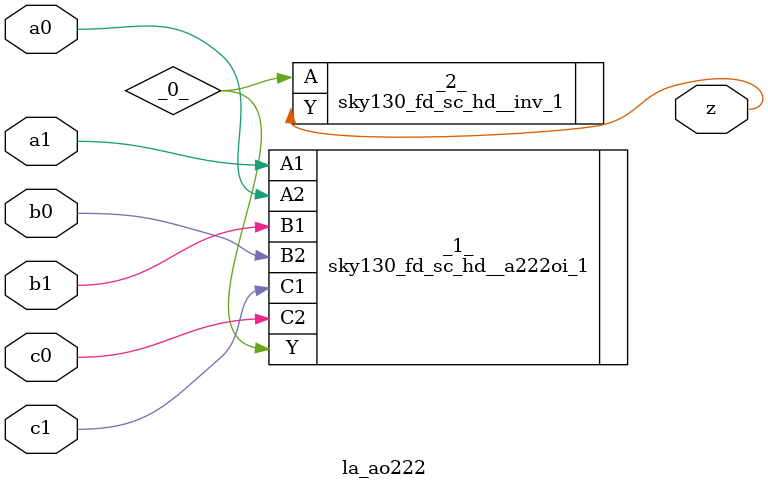
<source format=v>
/* Generated by Yosys 0.37 (git sha1 a5c7f69ed, clang 14.0.0-1ubuntu1.1 -fPIC -Os) */

module la_ao222(a0, a1, b0, b1, c0, c1, z);
  wire _0_;
  input a0;
  wire a0;
  input a1;
  wire a1;
  input b0;
  wire b0;
  input b1;
  wire b1;
  input c0;
  wire c0;
  input c1;
  wire c1;
  output z;
  wire z;
  sky130_fd_sc_hd__a222oi_1 _1_ (
    .A1(a1),
    .A2(a0),
    .B1(b1),
    .B2(b0),
    .C1(c1),
    .C2(c0),
    .Y(_0_)
  );
  sky130_fd_sc_hd__inv_1 _2_ (
    .A(_0_),
    .Y(z)
  );
endmodule

</source>
